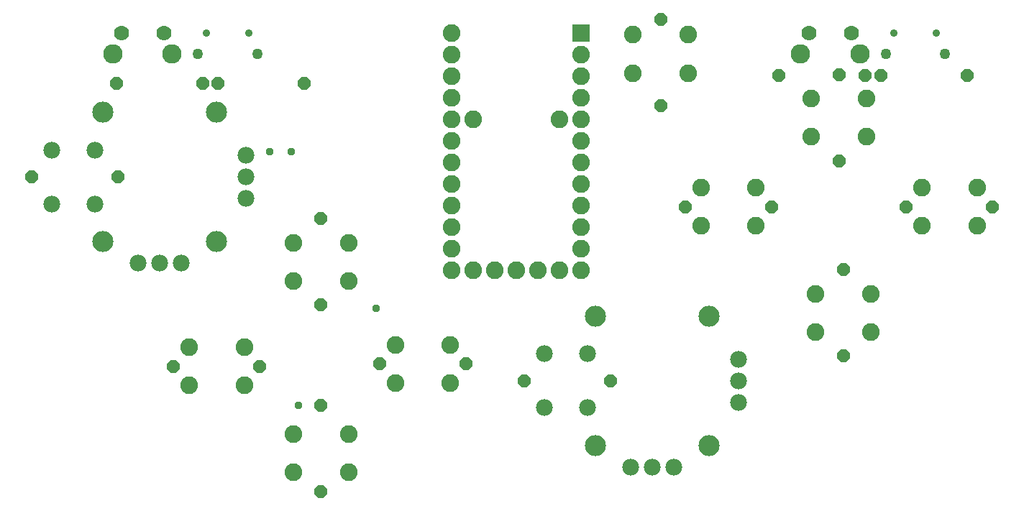
<source format=gbs>
G75*
%MOIN*%
%OFA0B0*%
%FSLAX25Y25*%
%IPPOS*%
%LPD*%
%AMOC8*
5,1,8,0,0,1.08239X$1,22.5*
%
%ADD10C,0.09800*%
%ADD11C,0.07800*%
%ADD12OC8,0.06000*%
%ADD13C,0.08200*%
%ADD14R,0.08200X0.08200*%
%ADD15C,0.03500*%
%ADD16C,0.05000*%
%ADD17C,0.09000*%
%ADD18C,0.07000*%
%ADD19C,0.03778*%
D10*
X0321463Y0187791D03*
X0373963Y0187791D03*
X0373963Y0247791D03*
X0321463Y0247791D03*
X0145616Y0282280D03*
X0093116Y0282280D03*
X0093116Y0342280D03*
X0145616Y0342280D03*
D11*
X0159366Y0322280D03*
X0159366Y0312280D03*
X0159366Y0302280D03*
X0129366Y0272280D03*
X0119366Y0272280D03*
X0109366Y0272280D03*
X0089366Y0299780D03*
X0069366Y0299780D03*
X0069366Y0324780D03*
X0089366Y0324780D03*
X0297713Y0230291D03*
X0317713Y0230291D03*
X0317713Y0205291D03*
X0297713Y0205291D03*
X0337713Y0177791D03*
X0347713Y0177791D03*
X0357713Y0177791D03*
X0387713Y0207791D03*
X0387713Y0217791D03*
X0387713Y0227791D03*
D12*
X0194169Y0166295D03*
X0194169Y0206295D03*
X0221413Y0225665D03*
X0194169Y0252909D03*
X0165665Y0224484D03*
X0125665Y0224484D03*
X0194169Y0292909D03*
X0186610Y0355587D03*
X0146610Y0355587D03*
X0139366Y0355587D03*
X0099366Y0355587D03*
X0099996Y0312280D03*
X0059996Y0312280D03*
X0261413Y0225665D03*
X0288343Y0217791D03*
X0328343Y0217791D03*
X0436295Y0229287D03*
X0436295Y0269287D03*
X0465508Y0298500D03*
X0434327Y0319839D03*
X0403146Y0298500D03*
X0363146Y0298500D03*
X0351650Y0345429D03*
X0351650Y0385429D03*
X0406453Y0359524D03*
X0434327Y0359839D03*
X0446453Y0359524D03*
X0453697Y0359524D03*
X0493697Y0359524D03*
X0505508Y0298500D03*
D13*
X0498308Y0307400D03*
X0498308Y0289600D03*
X0472708Y0289600D03*
X0472708Y0307400D03*
X0447127Y0330939D03*
X0421527Y0330939D03*
X0421527Y0348739D03*
X0447127Y0348739D03*
X0395946Y0307400D03*
X0395946Y0289600D03*
X0370346Y0289600D03*
X0370346Y0307400D03*
X0314720Y0309091D03*
X0314720Y0319091D03*
X0314720Y0329091D03*
X0314720Y0339091D03*
X0304720Y0339091D03*
X0314720Y0349091D03*
X0314720Y0359091D03*
X0314720Y0369091D03*
X0338850Y0360466D03*
X0364450Y0360466D03*
X0364450Y0378266D03*
X0338850Y0378266D03*
X0264720Y0339091D03*
X0254720Y0339091D03*
X0254720Y0329091D03*
X0254720Y0319091D03*
X0254720Y0309091D03*
X0254720Y0299091D03*
X0254720Y0289091D03*
X0254720Y0279091D03*
X0254720Y0269091D03*
X0264720Y0269091D03*
X0274720Y0269091D03*
X0284720Y0269091D03*
X0294720Y0269091D03*
X0304720Y0269091D03*
X0314720Y0269091D03*
X0314720Y0279091D03*
X0314720Y0289091D03*
X0314720Y0299091D03*
X0254720Y0349091D03*
X0254720Y0359091D03*
X0254720Y0369091D03*
X0254720Y0379091D03*
X0206969Y0281809D03*
X0181369Y0281809D03*
X0181369Y0264009D03*
X0206969Y0264009D03*
X0228613Y0234565D03*
X0228613Y0216765D03*
X0254213Y0216765D03*
X0254213Y0234565D03*
X0206969Y0193227D03*
X0206969Y0175427D03*
X0181369Y0175427D03*
X0181369Y0193227D03*
X0158623Y0215624D03*
X0158623Y0233424D03*
X0133023Y0233424D03*
X0133023Y0215624D03*
X0423495Y0240387D03*
X0423495Y0258187D03*
X0449095Y0258187D03*
X0449095Y0240387D03*
D14*
X0314720Y0379091D03*
D15*
X0459917Y0379209D03*
X0479602Y0379209D03*
X0160705Y0379209D03*
X0141020Y0379209D03*
D16*
X0137083Y0369366D03*
X0164642Y0369366D03*
X0455980Y0369366D03*
X0483539Y0369366D03*
D17*
X0444169Y0369366D03*
X0416610Y0369366D03*
X0125272Y0369366D03*
X0097713Y0369366D03*
D18*
X0101650Y0379209D03*
X0121335Y0379209D03*
X0420547Y0379209D03*
X0440232Y0379209D03*
D19*
X0219760Y0251256D03*
X0183854Y0206295D03*
X0180390Y0324091D03*
X0170547Y0324091D03*
M02*

</source>
